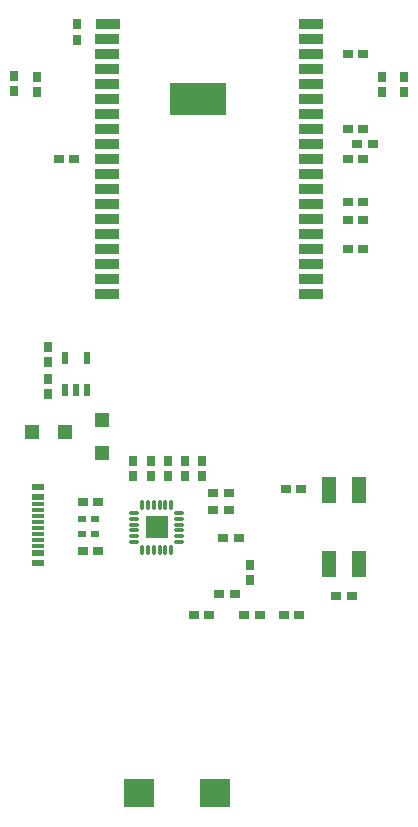
<source format=gbr>
G04 DipTrace 3.3.1.3*
G04 TopPaste.gbr*
%MOIN*%
G04 #@! TF.FileFunction,Paste,Top*
G04 #@! TF.Part,Single*
%AMOUTLINE0*
4,1,4,
-0.017717,-0.01378,
-0.017717,0.01378,
0.017717,0.01378,
0.017717,-0.01378,
-0.017717,-0.01378,
0*%
%ADD20R,0.027559X0.035433*%
%ADD21R,0.035433X0.027559*%
%ADD22R,0.102362X0.094488*%
%ADD24R,0.031496X0.023622*%
%ADD26R,0.047244X0.047244*%
%ADD30R,0.044882X0.011811*%
%ADD31R,0.044882X0.023622*%
%ADD41R,0.07874X0.035433*%
%ADD44O,0.033465X0.011811*%
%ADD45O,0.011811X0.033465*%
%ADD47R,0.072835X0.072835*%
%ADD54R,0.023622X0.043307*%
%ADD55R,0.047244X0.086614*%
%ADD86R,0.188976X0.110236*%
%ADD98R,0.018504X0.003937*%
%ADD125OUTLINE0*%
%FSLAX26Y26*%
G04*
G70*
G90*
G75*
G01*
G04 TopPaste*
%LPD*%
D20*
X761222Y3205014D3*
Y3256196D3*
X1337451Y1403730D3*
Y1454911D3*
D21*
X1214098Y1693701D3*
X1265280D3*
X1214101Y1637039D3*
X1265282D3*
D20*
X1119780Y1749950D3*
Y1801131D3*
X1177108Y1749951D3*
Y1801133D3*
X662451Y2023769D3*
Y2074950D3*
Y2182383D3*
Y2131202D3*
D22*
X1218702Y693701D3*
X966720D3*
D20*
X549971Y3084724D3*
Y3033543D3*
X1849951Y3031201D3*
Y3082382D3*
D24*
X774951Y1556201D3*
X818259D3*
X774953Y1606201D3*
X818260D3*
D26*
X843860Y1937451D3*
Y1827215D3*
X718676Y1896217D3*
X608440D3*
D30*
X631202Y1656201D3*
Y1636516D3*
Y1616831D3*
Y1597146D3*
Y1577461D3*
Y1557776D3*
Y1538091D3*
Y1518406D3*
D31*
Y1492815D3*
Y1461319D3*
Y1713287D3*
Y1681791D3*
D98*
X1278643Y1426169D3*
Y1445854D3*
Y1465539D3*
X1229430D3*
Y1445854D3*
Y1426169D3*
D21*
X1662451Y2662451D3*
X1713633D3*
X1284894Y1357420D3*
X1233713D3*
X1298573Y1544920D3*
X1247392D3*
D20*
X624951Y3082382D3*
Y3031201D3*
X1774932D3*
Y3082382D3*
X1005122Y1749951D3*
Y1801133D3*
X947797Y1749951D3*
Y1801133D3*
X1062453Y1749951D3*
Y1801133D3*
D21*
X1662451Y2906201D3*
X1713633D3*
X1662451Y2806201D3*
X1713633D3*
X1693702Y2856201D3*
X1744883D3*
X1662451Y3156201D3*
X1713633D3*
X1662451Y2506201D3*
X1713633D3*
X1662451Y2605614D3*
X1713633D3*
X831202Y1499950D3*
X780021D3*
X831202Y1662450D3*
X780021D3*
D125*
X1368701Y1287450D3*
X1317520D3*
X1449951D3*
X1501133D3*
D21*
X1456202Y1706201D3*
X1507383D3*
X1674951Y1349951D3*
X1623770D3*
X1149951Y1287450D3*
X1201133D3*
X749951Y2806201D3*
X698770D3*
D41*
X861328Y3256201D3*
X860934Y3206201D3*
Y3156201D3*
Y3106201D3*
Y3056201D3*
Y3006201D3*
Y2956201D3*
Y2906201D3*
Y2856201D3*
Y2806201D3*
Y2756201D3*
Y2706201D3*
Y2656201D3*
Y2606201D3*
X1538969Y2606581D3*
Y2656581D3*
Y2706581D3*
Y2756580D3*
Y2806581D3*
Y2356581D3*
Y2406581D3*
Y2456581D3*
Y2506581D3*
Y2556581D3*
X1538966Y2856240D3*
Y2906240D3*
Y2956240D3*
Y3006240D3*
Y3056240D3*
Y3106240D3*
Y3156240D3*
Y3206240D3*
Y3256240D3*
D86*
X1161328Y3008091D3*
D41*
X860938Y2556541D3*
Y2506541D3*
Y2456541D3*
Y2406541D3*
Y2356541D3*
D44*
X1099695Y1529937D3*
Y1549622D3*
Y1569307D3*
Y1588992D3*
Y1608677D3*
Y1628362D3*
D45*
X1074105Y1653953D3*
X1054420D3*
X1034735D3*
X1015050D3*
X995365D3*
X975679D3*
D44*
X950089Y1628362D3*
Y1608677D3*
Y1588992D3*
Y1569307D3*
Y1549622D3*
Y1529937D3*
D45*
X975679Y1504346D3*
X995365D3*
X1015050D3*
X1034735D3*
X1054420D3*
X1074105D3*
D47*
X1024892Y1579150D3*
D54*
X718701Y2037451D3*
X756102D3*
X793504D3*
Y2143751D3*
X718701D3*
D55*
X1599951Y1456201D3*
X1699951D3*
Y1704232D3*
X1599951D3*
M02*

</source>
